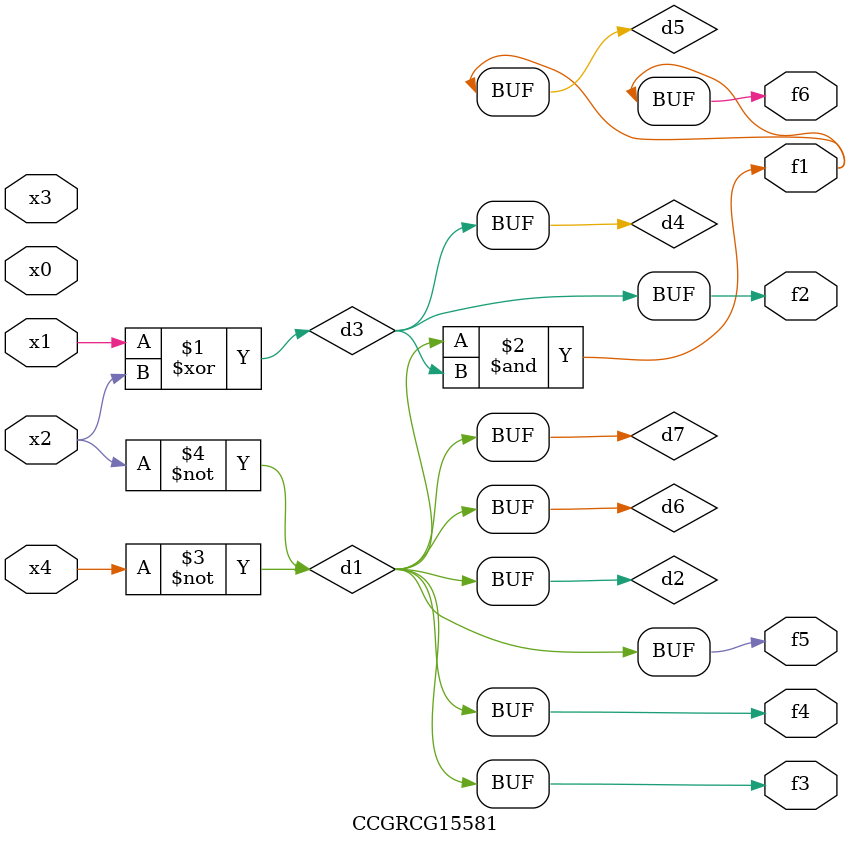
<source format=v>
module CCGRCG15581(
	input x0, x1, x2, x3, x4,
	output f1, f2, f3, f4, f5, f6
);

	wire d1, d2, d3, d4, d5, d6, d7;

	not (d1, x4);
	not (d2, x2);
	xor (d3, x1, x2);
	buf (d4, d3);
	and (d5, d1, d3);
	buf (d6, d1, d2);
	buf (d7, d2);
	assign f1 = d5;
	assign f2 = d4;
	assign f3 = d7;
	assign f4 = d7;
	assign f5 = d7;
	assign f6 = d5;
endmodule

</source>
